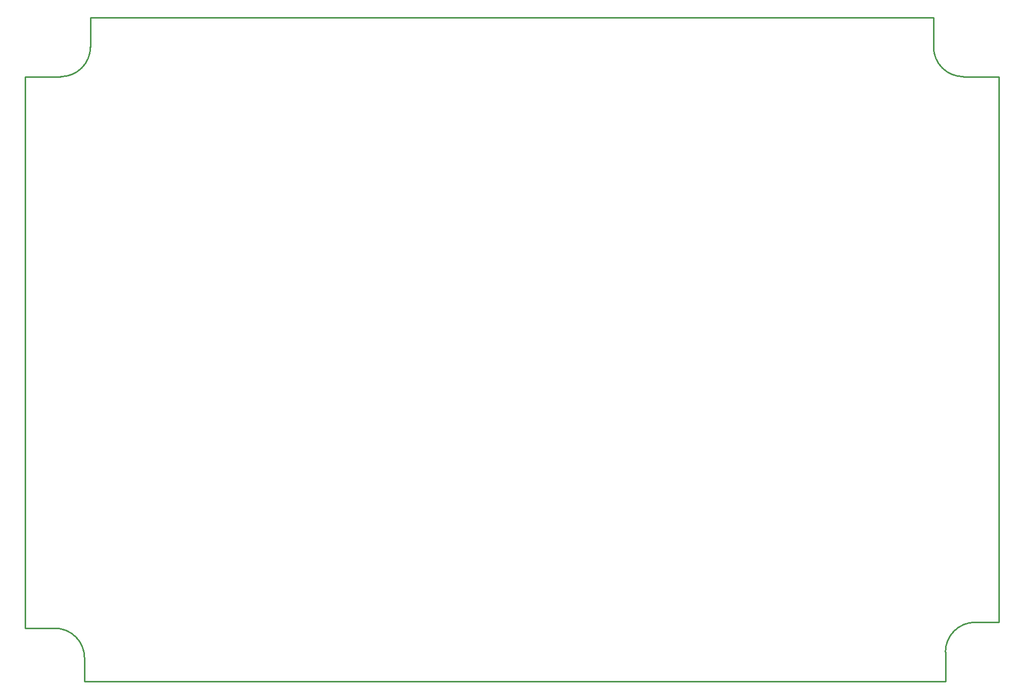
<source format=gko>
G04 Layer: BoardOutlineLayer*
G04 EasyEDA v6.5.9, 2022-07-24 10:15:09*
G04 fe253c73351744798c961b15868a372a,02f1792b0bbe455e88b475f65b551f11,10*
G04 Gerber Generator version 0.2*
G04 Scale: 100 percent, Rotated: No, Reflected: No *
G04 Dimensions in millimeters *
G04 leading zeros omitted , absolute positions ,4 integer and 5 decimal *
%FSLAX45Y45*%
%MOMM*%

%ADD10C,0.2540*%
D10*
X1098550Y0D02*
G01*
X15299943Y0D01*
X15800001Y-1000000D02*
G01*
X16399997Y-1000000D01*
X15500095Y-11199876D02*
G01*
X999997Y-11199876D01*
X0Y-10299954D02*
G01*
X0Y-999997D01*
X499998Y-10299999D02*
G01*
X0Y-10299999D01*
X1000000Y-10800001D02*
G01*
X1000000Y-11200000D01*
X15499999Y-10700001D02*
G01*
X15499999Y-11200000D01*
X16000001Y-10199999D02*
G01*
X16400000Y-10199999D01*
X16400018Y-999997D02*
G01*
X16400018Y-10199878D01*
X15299999Y-499998D02*
G01*
X15299999Y-7848D01*
X599998Y-1000000D02*
G01*
X0Y-1000000D01*
X1099997Y-499998D02*
G01*
X1099997Y0D01*
G75*
G01*
X599999Y-1000001D02*
G03*
X1099998Y-499849I0J499999D01*
G75*
G01*
X15800001Y-1000001D02*
G02*
X15300000Y-499999I-2J499999D01*
G75*
G01*
X16000001Y-10200000D02*
G03*
X15499999Y-10700149I-3J-499999D01*
G75*
G01*
X999998Y-10800004D02*
G03*
X499849Y-10300002I-499999J3D01*

%LPD*%
M02*

</source>
